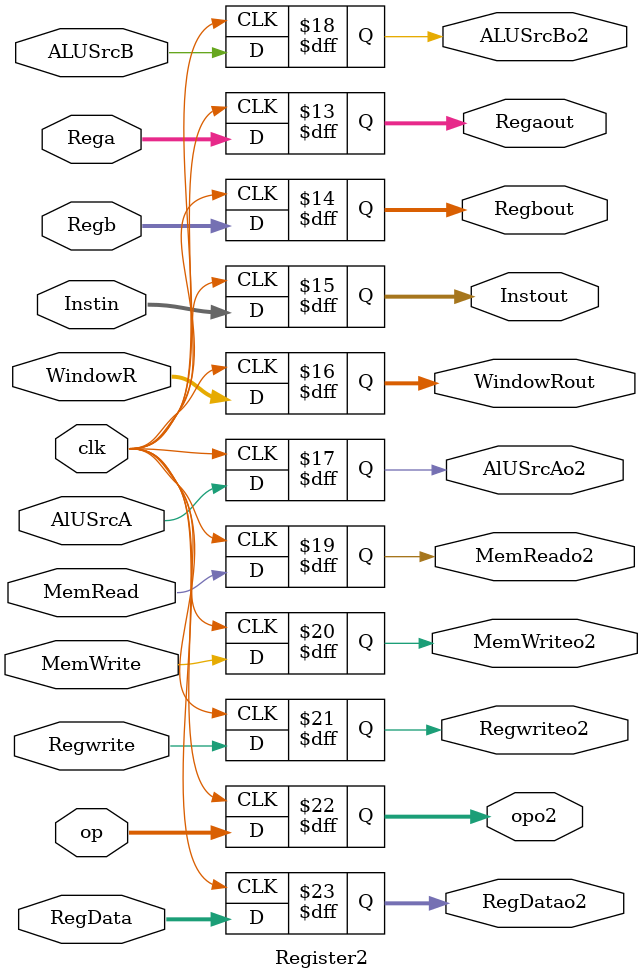
<source format=v>
module Register2(Instin,
                 clk,
                 Rega,
                 Regb,
                 Regaout,
                 Regbout,
                 Instout,
                 AlUSrcA,
                 ALUSrcB,
                 MemRead,
                 MemWrite,
                 Regwrite,
                 op,
                 AlUSrcAo2,
                 ALUSrcBo2,
                 MemReado2,
                 MemWriteo2,
                 Regwriteo2,
                 opo2,
                 RegData,
                 RegDatao2,
                 WindowR,
                 WindowRout);
    
    input [15:0] Instin;
    input clk;
    input [15:0] Rega;
    input [15:0] Regb;
    input[1:0] WindowR;
    
    output reg[15:0] Regaout   = 0;
    output reg[15:0] Regbout   = 0;
    output reg [15:0] Instout  = 16'h8040;
    output reg[1:0] WindowRout = 0;
    //Control
    input AlUSrcA,ALUSrcB,MemRead,MemWrite,Regwrite;
    input [1:0] RegData;
    input [2:0] op;
    output reg AlUSrcAo2       = 0,ALUSrcBo2       = 0,MemReado2       = 0,MemWriteo2       = 0,Regwriteo2       = 0;
    output reg [2:0] opo2      = 0;
    output reg [1:0] RegDatao2 = 0;
    
    
    
    always@(posedge clk)
    begin
        Instout    = Instin;
        Regaout    = Rega;
        Regbout    = Regb;
        WindowRout = WindowR;
        //Control
        AlUSrcAo2  = AlUSrcA;
        ALUSrcBo2  = ALUSrcB;
        MemReado2  = MemRead;
        MemWriteo2 = MemWrite;
        Regwriteo2 = Regwrite;
        opo2       = op;
        RegDatao2  = RegData;
        
    end
    
endmodule
    

</source>
